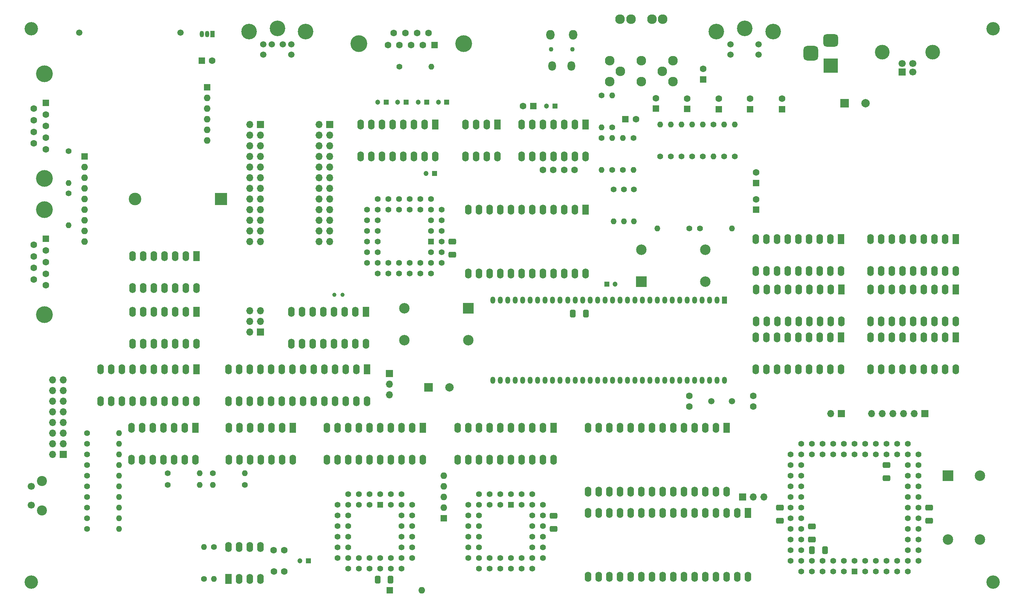
<source format=gbr>
%TF.GenerationSoftware,KiCad,Pcbnew,7.0.6-7.0.6~ubuntu22.04.1*%
%TF.CreationDate,2023-07-10T20:59:33+02:00*%
%TF.ProjectId,sbc,7362632e-6b69-4636-9164-5f7063625858,rev?*%
%TF.SameCoordinates,Original*%
%TF.FileFunction,Soldermask,Bot*%
%TF.FilePolarity,Negative*%
%FSLAX46Y46*%
G04 Gerber Fmt 4.6, Leading zero omitted, Abs format (unit mm)*
G04 Created by KiCad (PCBNEW 7.0.6-7.0.6~ubuntu22.04.1) date 2023-07-10 20:59:33*
%MOMM*%
%LPD*%
G01*
G04 APERTURE LIST*
G04 Aperture macros list*
%AMRoundRect*
0 Rectangle with rounded corners*
0 $1 Rounding radius*
0 $2 $3 $4 $5 $6 $7 $8 $9 X,Y pos of 4 corners*
0 Add a 4 corners polygon primitive as box body*
4,1,4,$2,$3,$4,$5,$6,$7,$8,$9,$2,$3,0*
0 Add four circle primitives for the rounded corners*
1,1,$1+$1,$2,$3*
1,1,$1+$1,$4,$5*
1,1,$1+$1,$6,$7*
1,1,$1+$1,$8,$9*
0 Add four rect primitives between the rounded corners*
20,1,$1+$1,$2,$3,$4,$5,0*
20,1,$1+$1,$4,$5,$6,$7,0*
20,1,$1+$1,$6,$7,$8,$9,0*
20,1,$1+$1,$8,$9,$2,$3,0*%
G04 Aperture macros list end*
%ADD10C,1.521460*%
%ADD11C,3.721100*%
%ADD12C,1.100000*%
%ADD13O,1.800000X2.300000*%
%ADD14O,2.000000X2.300000*%
%ADD15R,1.422400X1.422400*%
%ADD16C,1.422400*%
%ADD17C,3.200000*%
%ADD18R,2.000000X2.000000*%
%ADD19C,2.000000*%
%ADD20C,1.400000*%
%ADD21O,1.400000X1.400000*%
%ADD22R,1.200000X1.200000*%
%ADD23C,1.200000*%
%ADD24R,1.600000X1.600000*%
%ADD25C,1.600000*%
%ADD26R,1.700000X1.700000*%
%ADD27O,1.700000X1.700000*%
%ADD28R,1.600000X2.400000*%
%ADD29O,1.600000X2.400000*%
%ADD30R,2.500000X2.500000*%
%ADD31C,2.500000*%
%ADD32O,1.600000X1.600000*%
%ADD33R,3.000000X3.000000*%
%ADD34C,3.000000*%
%ADD35C,1.500000*%
%ADD36C,4.000000*%
%ADD37C,1.700000*%
%ADD38C,3.500000*%
%ADD39C,1.000000*%
%ADD40C,2.300000*%
%ADD41C,2.400000*%
%ADD42R,1.050000X1.500000*%
%ADD43O,1.050000X1.500000*%
%ADD44R,1.200000X1.700000*%
%ADD45O,1.200000X1.700000*%
%ADD46R,3.500000X3.500000*%
%ADD47RoundRect,0.750000X-1.000000X0.750000X-1.000000X-0.750000X1.000000X-0.750000X1.000000X0.750000X0*%
%ADD48RoundRect,0.875000X-0.875000X0.875000X-0.875000X-0.875000X0.875000X-0.875000X0.875000X0.875000X0*%
%ADD49RoundRect,0.250000X-0.650000X0.412500X-0.650000X-0.412500X0.650000X-0.412500X0.650000X0.412500X0*%
%ADD50RoundRect,0.250000X0.412500X0.650000X-0.412500X0.650000X-0.412500X-0.650000X0.412500X-0.650000X0*%
%ADD51RoundRect,0.250000X-0.412500X-0.650000X0.412500X-0.650000X0.412500X0.650000X-0.412500X0.650000X0*%
%ADD52RoundRect,0.250000X0.650000X-0.412500X0.650000X0.412500X-0.650000X0.412500X-0.650000X-0.412500X0*%
G04 APERTURE END LIST*
D10*
%TO.C,J4*%
X235264960Y-72263000D03*
X241965480Y-72263000D03*
X235264960Y-74754740D03*
X241965480Y-74754740D03*
D11*
X231856280Y-69263260D03*
X238615220Y-68453000D03*
X245374160Y-69263260D03*
%TD*%
D12*
%TO.C,J3*%
X192528000Y-73477000D03*
X197528000Y-73477000D03*
D13*
X197328000Y-77477000D03*
X192728000Y-77477000D03*
D14*
X192278000Y-69977000D03*
X197778000Y-69977000D03*
%TD*%
D15*
%TO.C,U11*%
X151765000Y-182225000D03*
D16*
X149225000Y-179685000D03*
X149225000Y-182225000D03*
X146685000Y-179685000D03*
X146685000Y-182225000D03*
X144145000Y-179685000D03*
X141605000Y-182225000D03*
X144145000Y-182225000D03*
X141605000Y-184765000D03*
X144145000Y-184765000D03*
X141605000Y-187305000D03*
X144145000Y-187305000D03*
X141605000Y-189845000D03*
X144145000Y-189845000D03*
X141605000Y-192385000D03*
X144145000Y-192385000D03*
X141605000Y-194925000D03*
X144145000Y-197465000D03*
X144145000Y-194925000D03*
X146685000Y-197465000D03*
X146685000Y-194925000D03*
X149225000Y-197465000D03*
X149225000Y-194925000D03*
X151765000Y-197465000D03*
X151765000Y-194925000D03*
X154305000Y-197465000D03*
X154305000Y-194925000D03*
X156845000Y-197465000D03*
X159385000Y-194925000D03*
X156845000Y-194925000D03*
X159385000Y-192385000D03*
X156845000Y-192385000D03*
X159385000Y-189845000D03*
X156845000Y-189845000D03*
X159385000Y-187305000D03*
X156845000Y-187305000D03*
X159385000Y-184765000D03*
X156845000Y-184765000D03*
X159385000Y-182225000D03*
X156845000Y-179685000D03*
X156845000Y-182225000D03*
X154305000Y-179685000D03*
X154305000Y-182225000D03*
X151765000Y-179685000D03*
%TD*%
D17*
%TO.C,H2*%
X297815000Y-68580000D03*
%TD*%
D18*
%TO.C,C3*%
X163240323Y-154178000D03*
D19*
X168240323Y-154178000D03*
%TD*%
D17*
%TO.C,H3*%
X297815000Y-200660000D03*
%TD*%
D20*
%TO.C,R30*%
X207391000Y-106934000D03*
D21*
X207391000Y-114554000D03*
%TD*%
D20*
%TO.C,R10*%
X81915000Y-170180000D03*
D21*
X89535000Y-170180000D03*
%TD*%
D20*
%TO.C,R6*%
X81915000Y-177800000D03*
D21*
X89535000Y-177800000D03*
%TD*%
D22*
%TO.C,C38*%
X205740000Y-129540000D03*
D23*
X207740000Y-129540000D03*
%TD*%
D17*
%TO.C,H1*%
X68580000Y-68580000D03*
%TD*%
D24*
%TO.C,C46*%
X241300000Y-111760000D03*
D25*
X241300000Y-109260000D03*
%TD*%
D26*
%TO.C,JTAG1*%
X281559000Y-160401000D03*
D27*
X279019000Y-160401000D03*
X276479000Y-160401000D03*
X273939000Y-160401000D03*
X271399000Y-160401000D03*
X268859000Y-160401000D03*
%TD*%
D20*
%TO.C,R27*%
X207010000Y-102235000D03*
D21*
X207010000Y-94615000D03*
%TD*%
D28*
%TO.C,U12*%
X161925000Y-163815000D03*
D29*
X159385000Y-163815000D03*
X156845000Y-163815000D03*
X154305000Y-163815000D03*
X151765000Y-163815000D03*
X149225000Y-163815000D03*
X146685000Y-163815000D03*
X144145000Y-163815000D03*
X141605000Y-163815000D03*
X139065000Y-163815000D03*
X139065000Y-171435000D03*
X141605000Y-171435000D03*
X144145000Y-171435000D03*
X146685000Y-171435000D03*
X149225000Y-171435000D03*
X151765000Y-171435000D03*
X154305000Y-171435000D03*
X156845000Y-171435000D03*
X159385000Y-171435000D03*
X161925000Y-171435000D03*
%TD*%
D28*
%TO.C,U7*%
X107950000Y-136144000D03*
D29*
X105410000Y-136144000D03*
X102870000Y-136144000D03*
X100330000Y-136144000D03*
X97790000Y-136144000D03*
X95250000Y-136144000D03*
X92710000Y-136144000D03*
X92710000Y-143764000D03*
X95250000Y-143764000D03*
X97790000Y-143764000D03*
X100330000Y-143764000D03*
X102870000Y-143764000D03*
X105410000Y-143764000D03*
X107950000Y-143764000D03*
%TD*%
D20*
%TO.C,R40*%
X231140000Y-91440000D03*
D21*
X231140000Y-99060000D03*
%TD*%
D28*
%TO.C,U26*%
X200660000Y-91440000D03*
D29*
X198120000Y-91440000D03*
X195580000Y-91440000D03*
X193040000Y-91440000D03*
X190500000Y-91440000D03*
X187960000Y-91440000D03*
X185420000Y-91440000D03*
X185420000Y-99060000D03*
X187960000Y-99060000D03*
X190500000Y-99060000D03*
X193040000Y-99060000D03*
X195580000Y-99060000D03*
X198120000Y-99060000D03*
X200660000Y-99060000D03*
%TD*%
D26*
%TO.C,JP2*%
X261620000Y-160401000D03*
D27*
X259080000Y-160401000D03*
%TD*%
D20*
%TO.C,R7*%
X81915000Y-185420000D03*
D21*
X89535000Y-185420000D03*
%TD*%
D30*
%TO.C,X3*%
X213995000Y-128905000D03*
D31*
X229235000Y-128905000D03*
X229235000Y-121285000D03*
X213995000Y-121285000D03*
%TD*%
D20*
%TO.C,R31*%
X225425000Y-116205000D03*
D21*
X217805000Y-116205000D03*
%TD*%
D24*
%TO.C,RR1*%
X81280000Y-99060000D03*
D32*
X81280000Y-101600000D03*
X81280000Y-104140000D03*
X81280000Y-106680000D03*
X81280000Y-109220000D03*
X81280000Y-111760000D03*
X81280000Y-114300000D03*
X81280000Y-116840000D03*
X81280000Y-119380000D03*
%TD*%
D25*
%TO.C,C32*%
X225425000Y-156210000D03*
X225425000Y-158710000D03*
%TD*%
D24*
%TO.C,C56*%
X232410000Y-87757000D03*
D25*
X232410000Y-85257000D03*
%TD*%
D20*
%TO.C,R26*%
X204470000Y-94615000D03*
D21*
X204470000Y-102235000D03*
%TD*%
D17*
%TO.C,H4*%
X68580000Y-200660000D03*
%TD*%
D28*
%TO.C,U28*%
X107701000Y-163815000D03*
D29*
X105161000Y-163815000D03*
X102621000Y-163815000D03*
X100081000Y-163815000D03*
X97541000Y-163815000D03*
X95001000Y-163815000D03*
X92461000Y-163815000D03*
X92461000Y-171435000D03*
X95001000Y-171435000D03*
X97541000Y-171435000D03*
X100081000Y-171435000D03*
X102621000Y-171435000D03*
X105161000Y-171435000D03*
X107701000Y-171435000D03*
%TD*%
D22*
%TO.C,C17*%
X164675600Y-103124000D03*
D23*
X162675600Y-103124000D03*
%TD*%
D24*
%TO.C,C51*%
X239903000Y-87757000D03*
D25*
X239903000Y-85257000D03*
%TD*%
D24*
%TO.C,C50*%
X217424000Y-87630000D03*
D25*
X217424000Y-85130000D03*
%TD*%
D20*
%TO.C,R25*%
X204470000Y-84455000D03*
D21*
X204470000Y-92075000D03*
%TD*%
D24*
%TO.C,C43*%
X210185000Y-90170000D03*
D25*
X212685000Y-90170000D03*
%TD*%
D24*
%TO.C,D1*%
X154051000Y-202565000D03*
D32*
X161671000Y-202565000D03*
%TD*%
D28*
%TO.C,U21*%
X261620000Y-130810000D03*
D29*
X259080000Y-130810000D03*
X256540000Y-130810000D03*
X254000000Y-130810000D03*
X251460000Y-130810000D03*
X248920000Y-130810000D03*
X246380000Y-130810000D03*
X243840000Y-130810000D03*
X241300000Y-130810000D03*
X241300000Y-138430000D03*
X243840000Y-138430000D03*
X246380000Y-138430000D03*
X248920000Y-138430000D03*
X251460000Y-138430000D03*
X254000000Y-138430000D03*
X256540000Y-138430000D03*
X259080000Y-138430000D03*
X261620000Y-138430000D03*
%TD*%
D28*
%TO.C,U19*%
X261610000Y-142250000D03*
D29*
X259070000Y-142250000D03*
X256530000Y-142250000D03*
X253990000Y-142250000D03*
X251450000Y-142250000D03*
X248910000Y-142250000D03*
X246370000Y-142250000D03*
X243830000Y-142250000D03*
X241290000Y-142250000D03*
X241290000Y-149870000D03*
X243830000Y-149870000D03*
X246370000Y-149870000D03*
X248910000Y-149870000D03*
X251450000Y-149870000D03*
X253990000Y-149870000D03*
X256530000Y-149870000D03*
X259070000Y-149870000D03*
X261610000Y-149870000D03*
%TD*%
D28*
%TO.C,U25*%
X179705000Y-91440000D03*
D29*
X177165000Y-91440000D03*
X174625000Y-91440000D03*
X172085000Y-91440000D03*
X172085000Y-99060000D03*
X174625000Y-99060000D03*
X177165000Y-99060000D03*
X179705000Y-99060000D03*
%TD*%
D25*
%TO.C,C35*%
X240665000Y-156230000D03*
X240665000Y-158730000D03*
%TD*%
D20*
%TO.C,R36*%
X226060000Y-99060000D03*
D21*
X226060000Y-91440000D03*
%TD*%
D28*
%TO.C,U16*%
X200660000Y-111760000D03*
D29*
X198120000Y-111760000D03*
X195580000Y-111760000D03*
X193040000Y-111760000D03*
X190500000Y-111760000D03*
X187960000Y-111760000D03*
X185420000Y-111760000D03*
X182880000Y-111760000D03*
X180340000Y-111760000D03*
X177800000Y-111760000D03*
X175260000Y-111760000D03*
X172720000Y-111760000D03*
X172720000Y-127000000D03*
X175260000Y-127000000D03*
X177800000Y-127000000D03*
X180340000Y-127000000D03*
X182880000Y-127000000D03*
X185420000Y-127000000D03*
X187960000Y-127000000D03*
X190500000Y-127000000D03*
X193040000Y-127000000D03*
X195580000Y-127000000D03*
X198120000Y-127000000D03*
X200660000Y-127000000D03*
%TD*%
D20*
%TO.C,R34*%
X220980000Y-99060000D03*
D21*
X220980000Y-91440000D03*
%TD*%
D33*
%TO.C,BT1*%
X113850001Y-109220001D03*
D34*
X93360001Y-109220001D03*
%TD*%
D20*
%TO.C,R39*%
X236220000Y-99060000D03*
D21*
X236220000Y-91440000D03*
%TD*%
D28*
%TO.C,U10*%
X115580000Y-199898000D03*
D29*
X118120000Y-199898000D03*
X120660000Y-199898000D03*
X123200000Y-199898000D03*
X123200000Y-192278000D03*
X120660000Y-192278000D03*
X118120000Y-192278000D03*
X115580000Y-192278000D03*
%TD*%
D30*
%TO.C,X1*%
X287020000Y-175260000D03*
D31*
X287020000Y-190500000D03*
X294640000Y-190500000D03*
X294640000Y-175260000D03*
%TD*%
D35*
%TO.C,J6*%
X104210000Y-69469000D03*
X80010000Y-69469000D03*
%TD*%
D24*
%TO.C,C53*%
X228727000Y-80645000D03*
D25*
X228727000Y-78145000D03*
%TD*%
D36*
%TO.C,J2*%
X171641000Y-72134331D03*
X146641000Y-72134331D03*
D24*
X164681000Y-72434331D03*
D25*
X161911000Y-72434331D03*
X159141000Y-72434331D03*
X156371000Y-72434331D03*
X153601000Y-72434331D03*
X163296000Y-69594331D03*
X160526000Y-69594331D03*
X157756000Y-69594331D03*
X154986000Y-69594331D03*
%TD*%
D20*
%TO.C,R43*%
X101092000Y-174625000D03*
D21*
X108712000Y-174625000D03*
%TD*%
D24*
%TO.C,C20*%
X109220000Y-76200000D03*
D25*
X111720000Y-76200000D03*
%TD*%
D28*
%TO.C,U5*%
X130942000Y-163815000D03*
D29*
X128402000Y-163815000D03*
X125862000Y-163815000D03*
X123322000Y-163815000D03*
X120782000Y-163815000D03*
X118242000Y-163815000D03*
X115702000Y-163815000D03*
X115702000Y-171435000D03*
X118242000Y-171435000D03*
X120782000Y-171435000D03*
X123322000Y-171435000D03*
X125862000Y-171435000D03*
X128402000Y-171435000D03*
X130942000Y-171435000D03*
%TD*%
D22*
%TO.C,C19*%
X167608000Y-86106000D03*
D23*
X165608000Y-86106000D03*
%TD*%
D28*
%TO.C,U22*%
X288915000Y-130820000D03*
D29*
X286375000Y-130820000D03*
X283835000Y-130820000D03*
X281295000Y-130820000D03*
X278755000Y-130820000D03*
X276215000Y-130820000D03*
X273675000Y-130820000D03*
X271135000Y-130820000D03*
X268595000Y-130820000D03*
X268595000Y-138440000D03*
X271135000Y-138440000D03*
X273675000Y-138440000D03*
X276215000Y-138440000D03*
X278755000Y-138440000D03*
X281295000Y-138440000D03*
X283835000Y-138440000D03*
X286375000Y-138440000D03*
X288915000Y-138440000D03*
%TD*%
D26*
%TO.C,SLOT1*%
X123190000Y-91440000D03*
D27*
X120650000Y-91440000D03*
X123190000Y-93980000D03*
X120650000Y-93980000D03*
X123190000Y-96520000D03*
X120650000Y-96520000D03*
X123190000Y-99060000D03*
X120650000Y-99060000D03*
X123190000Y-101600000D03*
X120650000Y-101600000D03*
X123190000Y-104140000D03*
X120650000Y-104140000D03*
X123190000Y-106680000D03*
X120650000Y-106680000D03*
X123190000Y-109220000D03*
X120650000Y-109220000D03*
X123190000Y-111760000D03*
X120650000Y-111760000D03*
X123190000Y-114300000D03*
X120650000Y-114300000D03*
X123190000Y-116840000D03*
X120650000Y-116840000D03*
X123190000Y-119380000D03*
X120650000Y-119380000D03*
%TD*%
D28*
%TO.C,U8*%
X164857400Y-91425000D03*
D29*
X162317400Y-91425000D03*
X159777400Y-91425000D03*
X157237400Y-91425000D03*
X154697400Y-91425000D03*
X152157400Y-91425000D03*
X149617400Y-91425000D03*
X147077400Y-91425000D03*
X147077400Y-99045000D03*
X149617400Y-99045000D03*
X152157400Y-99045000D03*
X154697400Y-99045000D03*
X157237400Y-99045000D03*
X159777400Y-99045000D03*
X162317400Y-99045000D03*
X164857400Y-99045000D03*
%TD*%
D20*
%TO.C,R5*%
X81915000Y-187960000D03*
D21*
X89535000Y-187960000D03*
%TD*%
D20*
%TO.C,R12*%
X81915000Y-167640000D03*
D21*
X89535000Y-167640000D03*
%TD*%
D20*
%TO.C,R3*%
X111887000Y-174625000D03*
D21*
X119507000Y-174625000D03*
%TD*%
D15*
%TO.C,U6*%
X163830000Y-119380000D03*
D16*
X166370000Y-116840000D03*
X163830000Y-116840000D03*
X166370000Y-114300000D03*
X163830000Y-114300000D03*
X166370000Y-111760000D03*
X163830000Y-109220000D03*
X163830000Y-111760000D03*
X161290000Y-109220000D03*
X161290000Y-111760000D03*
X158750000Y-109220000D03*
X158750000Y-111760000D03*
X156210000Y-109220000D03*
X156210000Y-111760000D03*
X153670000Y-109220000D03*
X153670000Y-111760000D03*
X151130000Y-109220000D03*
X148590000Y-111760000D03*
X151130000Y-111760000D03*
X148590000Y-114300000D03*
X151130000Y-114300000D03*
X148590000Y-116840000D03*
X151130000Y-116840000D03*
X148590000Y-119380000D03*
X151130000Y-119380000D03*
X148590000Y-121920000D03*
X151130000Y-121920000D03*
X148590000Y-124460000D03*
X151130000Y-127000000D03*
X151130000Y-124460000D03*
X153670000Y-127000000D03*
X153670000Y-124460000D03*
X156210000Y-127000000D03*
X156210000Y-124460000D03*
X158750000Y-127000000D03*
X158750000Y-124460000D03*
X161290000Y-127000000D03*
X161290000Y-124460000D03*
X163830000Y-127000000D03*
X166370000Y-124460000D03*
X163830000Y-124460000D03*
X166370000Y-121920000D03*
X163830000Y-121920000D03*
X166370000Y-119380000D03*
%TD*%
D20*
%TO.C,R24*%
X209550000Y-102235000D03*
D21*
X209550000Y-94615000D03*
%TD*%
D28*
%TO.C,U30*%
X148336000Y-136144000D03*
D29*
X145796000Y-136144000D03*
X143256000Y-136144000D03*
X140716000Y-136144000D03*
X138176000Y-136144000D03*
X135636000Y-136144000D03*
X133096000Y-136144000D03*
X130556000Y-136144000D03*
X130556000Y-143764000D03*
X133096000Y-143764000D03*
X135636000Y-143764000D03*
X138176000Y-143764000D03*
X140716000Y-143764000D03*
X143256000Y-143764000D03*
X145796000Y-143764000D03*
X148336000Y-143764000D03*
%TD*%
D20*
%TO.C,R35*%
X223520000Y-99060000D03*
D21*
X223520000Y-91440000D03*
%TD*%
D26*
%TO.C,SLOT0*%
X139700000Y-91440000D03*
D27*
X137160000Y-91440000D03*
X139700000Y-93980000D03*
X137160000Y-93980000D03*
X139700000Y-96520000D03*
X137160000Y-96520000D03*
X139700000Y-99060000D03*
X137160000Y-99060000D03*
X139700000Y-101600000D03*
X137160000Y-101600000D03*
X139700000Y-104140000D03*
X137160000Y-104140000D03*
X139700000Y-106680000D03*
X137160000Y-106680000D03*
X139700000Y-109220000D03*
X137160000Y-109220000D03*
X139700000Y-111760000D03*
X137160000Y-111760000D03*
X139700000Y-114300000D03*
X137160000Y-114300000D03*
X139700000Y-116840000D03*
X137160000Y-116840000D03*
X139700000Y-119380000D03*
X137160000Y-119380000D03*
%TD*%
D20*
%TO.C,R1*%
X112141000Y-192278000D03*
D21*
X112141000Y-199898000D03*
%TD*%
D20*
%TO.C,R29*%
X209804000Y-106934000D03*
D21*
X209804000Y-114554000D03*
%TD*%
D28*
%TO.C,U3*%
X239395000Y-184150000D03*
D29*
X236855000Y-184150000D03*
X234315000Y-184150000D03*
X231775000Y-184150000D03*
X229235000Y-184150000D03*
X226695000Y-184150000D03*
X224155000Y-184150000D03*
X221615000Y-184150000D03*
X219075000Y-184150000D03*
X216535000Y-184150000D03*
X213995000Y-184150000D03*
X211455000Y-184150000D03*
X208915000Y-184150000D03*
X206375000Y-184150000D03*
X203835000Y-184150000D03*
X201295000Y-184150000D03*
X201295000Y-199390000D03*
X203835000Y-199390000D03*
X206375000Y-199390000D03*
X208915000Y-199390000D03*
X211455000Y-199390000D03*
X213995000Y-199390000D03*
X216535000Y-199390000D03*
X219075000Y-199390000D03*
X221615000Y-199390000D03*
X224155000Y-199390000D03*
X226695000Y-199390000D03*
X229235000Y-199390000D03*
X231775000Y-199390000D03*
X234315000Y-199390000D03*
X236855000Y-199390000D03*
X239395000Y-199390000D03*
%TD*%
D36*
%TO.C,Port2*%
X71755000Y-79285000D03*
X71755000Y-104285000D03*
D24*
X72055000Y-86245000D03*
D25*
X72055000Y-89015000D03*
X72055000Y-91785000D03*
X72055000Y-94555000D03*
X72055000Y-97325000D03*
X69215000Y-87630000D03*
X69215000Y-90400000D03*
X69215000Y-93170000D03*
X69215000Y-95940000D03*
%TD*%
D24*
%TO.C,RN2*%
X110490000Y-82550000D03*
D32*
X110490000Y-85090000D03*
X110490000Y-87630000D03*
X110490000Y-90170000D03*
X110490000Y-92710000D03*
X110490000Y-95250000D03*
%TD*%
D26*
%TO.C,J1*%
X276169000Y-78878000D03*
D37*
X278669000Y-78878000D03*
X278669000Y-76878000D03*
X276169000Y-76878000D03*
D38*
X271399000Y-74168000D03*
X283439000Y-74168000D03*
%TD*%
D24*
%TO.C,RN1*%
X166878000Y-185420000D03*
D32*
X166878000Y-182880000D03*
X166878000Y-180340000D03*
X166878000Y-177800000D03*
X166878000Y-175260000D03*
%TD*%
D26*
%TO.C,JP1*%
X238125000Y-180340000D03*
D27*
X240665000Y-180340000D03*
X243205000Y-180340000D03*
%TD*%
D26*
%TO.C,P3*%
X123190000Y-140970000D03*
D27*
X120650000Y-140970000D03*
X123190000Y-138430000D03*
X120650000Y-138430000D03*
X123190000Y-135890000D03*
X120650000Y-135890000D03*
%TD*%
D25*
%TO.C,C2*%
X126397000Y-193040000D03*
X128897000Y-193040000D03*
%TD*%
D28*
%TO.C,U13*%
X193040000Y-163830000D03*
D29*
X190500000Y-163830000D03*
X187960000Y-163830000D03*
X185420000Y-163830000D03*
X182880000Y-163830000D03*
X180340000Y-163830000D03*
X177800000Y-163830000D03*
X175260000Y-163830000D03*
X172720000Y-163830000D03*
X170180000Y-163830000D03*
X170180000Y-171450000D03*
X172720000Y-171450000D03*
X175260000Y-171450000D03*
X177800000Y-171450000D03*
X180340000Y-171450000D03*
X182880000Y-171450000D03*
X185420000Y-171450000D03*
X187960000Y-171450000D03*
X190500000Y-171450000D03*
X193040000Y-171450000D03*
%TD*%
D20*
%TO.C,R14*%
X212090000Y-94615000D03*
D21*
X212090000Y-102235000D03*
%TD*%
D28*
%TO.C,U20*%
X288925000Y-142240000D03*
D29*
X286385000Y-142240000D03*
X283845000Y-142240000D03*
X281305000Y-142240000D03*
X278765000Y-142240000D03*
X276225000Y-142240000D03*
X273685000Y-142240000D03*
X271145000Y-142240000D03*
X268605000Y-142240000D03*
X268605000Y-149860000D03*
X271145000Y-149860000D03*
X273685000Y-149860000D03*
X276225000Y-149860000D03*
X278765000Y-149860000D03*
X281305000Y-149860000D03*
X283845000Y-149860000D03*
X286385000Y-149860000D03*
X288925000Y-149860000D03*
%TD*%
D39*
%TO.C,X4*%
X140848000Y-132080000D03*
X142748000Y-132080000D03*
%TD*%
D25*
%TO.C,C41*%
X193000000Y-102235000D03*
X190500000Y-102235000D03*
%TD*%
D20*
%TO.C,R28*%
X212217000Y-106934000D03*
D21*
X212217000Y-114554000D03*
%TD*%
D20*
%TO.C,R38*%
X233680000Y-99060000D03*
D21*
X233680000Y-91440000D03*
%TD*%
D20*
%TO.C,R23*%
X207010000Y-92075000D03*
D21*
X207010000Y-84455000D03*
%TD*%
D22*
%TO.C,C25*%
X162814000Y-86106000D03*
D23*
X160814000Y-86106000D03*
%TD*%
D22*
%TO.C,C21*%
X157944600Y-86106000D03*
D23*
X155944600Y-86106000D03*
%TD*%
D20*
%TO.C,R32*%
X227965000Y-116205000D03*
D21*
X235585000Y-116205000D03*
%TD*%
D22*
%TO.C,C39*%
X193377599Y-86995000D03*
D23*
X191377599Y-86995000D03*
%TD*%
D25*
%TO.C,C1*%
X126437000Y-198120000D03*
X128937000Y-198120000D03*
%TD*%
D15*
%TO.C,U2*%
X264795000Y-198120000D03*
D16*
X264795000Y-195580000D03*
X267335000Y-198120000D03*
X267335000Y-195580000D03*
X269875000Y-198120000D03*
X269875000Y-195580000D03*
X272415000Y-198120000D03*
X272415000Y-195580000D03*
X274955000Y-198120000D03*
X274955000Y-195580000D03*
X277495000Y-198120000D03*
X280035000Y-195580000D03*
X277495000Y-195580000D03*
X280035000Y-193040000D03*
X277495000Y-193040000D03*
X280035000Y-190500000D03*
X277495000Y-190500000D03*
X280035000Y-187960000D03*
X277495000Y-187960000D03*
X280035000Y-185420000D03*
X277495000Y-185420000D03*
X280035000Y-182880000D03*
X277495000Y-182880000D03*
X280035000Y-180340000D03*
X277495000Y-180340000D03*
X280035000Y-177800000D03*
X277495000Y-177800000D03*
X280035000Y-175260000D03*
X277495000Y-175260000D03*
X280035000Y-172720000D03*
X277495000Y-172720000D03*
X280035000Y-170180000D03*
X277495000Y-167640000D03*
X277495000Y-170180000D03*
X274955000Y-167640000D03*
X274955000Y-170180000D03*
X272415000Y-167640000D03*
X272415000Y-170180000D03*
X269875000Y-167640000D03*
X269875000Y-170180000D03*
X267335000Y-167640000D03*
X267335000Y-170180000D03*
X264795000Y-167640000D03*
X264795000Y-170180000D03*
X262255000Y-167640000D03*
X262255000Y-170180000D03*
X259715000Y-167640000D03*
X259715000Y-170180000D03*
X257175000Y-167640000D03*
X257175000Y-170180000D03*
X254635000Y-167640000D03*
X254635000Y-170180000D03*
X252095000Y-167640000D03*
X249555000Y-170180000D03*
X252095000Y-170180000D03*
X249555000Y-172720000D03*
X252095000Y-172720000D03*
X249555000Y-175260000D03*
X252095000Y-175260000D03*
X249555000Y-177800000D03*
X252095000Y-177800000D03*
X249555000Y-180340000D03*
X252095000Y-180340000D03*
X249555000Y-182880000D03*
X252095000Y-182880000D03*
X249555000Y-185420000D03*
X252095000Y-185420000D03*
X249555000Y-187960000D03*
X252095000Y-187960000D03*
X249555000Y-190500000D03*
X252095000Y-190500000D03*
X249555000Y-193040000D03*
X252095000Y-193040000D03*
X249555000Y-195580000D03*
X252095000Y-198120000D03*
X252095000Y-195580000D03*
X254635000Y-198120000D03*
X254635000Y-195580000D03*
X257175000Y-198120000D03*
X257175000Y-195580000D03*
X259715000Y-198120000D03*
X259715000Y-195580000D03*
X262255000Y-198120000D03*
X262255000Y-195580000D03*
%TD*%
D20*
%TO.C,R2*%
X109728000Y-199898000D03*
D21*
X109728000Y-192278000D03*
%TD*%
D40*
%TO.C,J5*%
X208915000Y-66294000D03*
X211495000Y-66300000D03*
X216495000Y-66300000D03*
X219075000Y-66294000D03*
X206495000Y-76200000D03*
X213995000Y-76200000D03*
X221495000Y-76200000D03*
X208995000Y-78700000D03*
X218995000Y-78700000D03*
X206495000Y-81200000D03*
X221495000Y-81200000D03*
X213995000Y-81200000D03*
%TD*%
D41*
%TO.C,SW1*%
X71120000Y-183530000D03*
X71120000Y-176530000D03*
D37*
X68620000Y-182280000D03*
X68620000Y-177780000D03*
%TD*%
D22*
%TO.C,C4*%
X134620000Y-195580000D03*
D23*
X132620000Y-195580000D03*
%TD*%
D26*
%TO.C,P1*%
X76200000Y-170180000D03*
D27*
X73660000Y-170180000D03*
X76200000Y-167640000D03*
X73660000Y-167640000D03*
X76200000Y-165100000D03*
X73660000Y-165100000D03*
X76200000Y-162560000D03*
X73660000Y-162560000D03*
X76200000Y-160020000D03*
X73660000Y-160020000D03*
X76200000Y-157480000D03*
X73660000Y-157480000D03*
X76200000Y-154940000D03*
X73660000Y-154940000D03*
X76200000Y-152400000D03*
X73660000Y-152400000D03*
%TD*%
D28*
%TO.C,U29*%
X107950000Y-149860000D03*
D29*
X105410000Y-149860000D03*
X102870000Y-149860000D03*
X100330000Y-149860000D03*
X97790000Y-149860000D03*
X95250000Y-149860000D03*
X92710000Y-149860000D03*
X90170000Y-149860000D03*
X87630000Y-149860000D03*
X85090000Y-149860000D03*
X85090000Y-157480000D03*
X87630000Y-157480000D03*
X90170000Y-157480000D03*
X92710000Y-157480000D03*
X95250000Y-157480000D03*
X97790000Y-157480000D03*
X100330000Y-157480000D03*
X102870000Y-157480000D03*
X105410000Y-157480000D03*
X107950000Y-157480000D03*
%TD*%
D28*
%TO.C,U14*%
X107950000Y-122809000D03*
D29*
X105410000Y-122809000D03*
X102870000Y-122809000D03*
X100330000Y-122809000D03*
X97790000Y-122809000D03*
X95250000Y-122809000D03*
X92710000Y-122809000D03*
X92710000Y-130429000D03*
X95250000Y-130429000D03*
X97790000Y-130429000D03*
X100330000Y-130429000D03*
X102870000Y-130429000D03*
X105410000Y-130429000D03*
X107950000Y-130429000D03*
%TD*%
D20*
%TO.C,R8*%
X81915000Y-175260000D03*
D21*
X89535000Y-175260000D03*
%TD*%
D20*
%TO.C,R41*%
X77470000Y-107823000D03*
D21*
X77470000Y-115443000D03*
%TD*%
D28*
%TO.C,U4*%
X234315000Y-163810000D03*
D29*
X231775000Y-163810000D03*
X229235000Y-163810000D03*
X226695000Y-163810000D03*
X224155000Y-163810000D03*
X221615000Y-163810000D03*
X219075000Y-163810000D03*
X216535000Y-163810000D03*
X213995000Y-163810000D03*
X211455000Y-163810000D03*
X208915000Y-163810000D03*
X206375000Y-163810000D03*
X203835000Y-163810000D03*
X201295000Y-163810000D03*
X201295000Y-179050000D03*
X203835000Y-179050000D03*
X206375000Y-179050000D03*
X208915000Y-179050000D03*
X211455000Y-179050000D03*
X213995000Y-179050000D03*
X216535000Y-179050000D03*
X219075000Y-179050000D03*
X221615000Y-179050000D03*
X224155000Y-179050000D03*
X226695000Y-179050000D03*
X229235000Y-179050000D03*
X231775000Y-179050000D03*
X234315000Y-179050000D03*
%TD*%
D36*
%TO.C,Port1*%
X71755000Y-111760000D03*
X71755000Y-136760000D03*
D24*
X72055000Y-118720000D03*
D25*
X72055000Y-121490000D03*
X72055000Y-124260000D03*
X72055000Y-127030000D03*
X72055000Y-129800000D03*
X69215000Y-120105000D03*
X69215000Y-122875000D03*
X69215000Y-125645000D03*
X69215000Y-128415000D03*
%TD*%
D20*
%TO.C,R9*%
X81915000Y-180340000D03*
D21*
X89535000Y-180340000D03*
%TD*%
D20*
%TO.C,R11*%
X81915000Y-172720000D03*
D21*
X89535000Y-172720000D03*
%TD*%
D20*
%TO.C,R37*%
X228600000Y-99060000D03*
D21*
X228600000Y-91440000D03*
%TD*%
D20*
%TO.C,R13*%
X81915000Y-165100000D03*
D21*
X89535000Y-165100000D03*
%TD*%
D10*
%TO.C,P4*%
X125953520Y-72263000D03*
X128554480Y-72263000D03*
X123903740Y-72263000D03*
X130604260Y-72263000D03*
X123903740Y-74754740D03*
X130604260Y-74754740D03*
D11*
X120495060Y-69263260D03*
X127254000Y-68453000D03*
X134012940Y-69263260D03*
%TD*%
D42*
%TO.C,U9*%
X111760000Y-69850000D03*
D43*
X110490000Y-69850000D03*
X109220000Y-69850000D03*
%TD*%
D28*
%TO.C,IC1*%
X148590000Y-149860000D03*
D29*
X146050000Y-149860000D03*
X143510000Y-149860000D03*
X140970000Y-149860000D03*
X138430000Y-149860000D03*
X135890000Y-149860000D03*
X133350000Y-149860000D03*
X130810000Y-149860000D03*
X128270000Y-149860000D03*
X125730000Y-149860000D03*
X123190000Y-149860000D03*
X120650000Y-149860000D03*
X118110000Y-149860000D03*
X115570000Y-149860000D03*
X115570000Y-157480000D03*
X118110000Y-157480000D03*
X120650000Y-157480000D03*
X123190000Y-157480000D03*
X125730000Y-157480000D03*
X128270000Y-157480000D03*
X130810000Y-157480000D03*
X133350000Y-157480000D03*
X135890000Y-157480000D03*
X138430000Y-157480000D03*
X140970000Y-157480000D03*
X143510000Y-157480000D03*
X146050000Y-157480000D03*
X148590000Y-157480000D03*
%TD*%
D22*
%TO.C,C22*%
X153162000Y-86106000D03*
D23*
X151162000Y-86106000D03*
%TD*%
D24*
%TO.C,C49*%
X247523000Y-87757000D03*
D25*
X247523000Y-85257000D03*
%TD*%
D20*
%TO.C,R33*%
X218440000Y-99060000D03*
D21*
X218440000Y-91440000D03*
%TD*%
D24*
%TO.C,C55*%
X224917000Y-87717000D03*
D25*
X224917000Y-85217000D03*
%TD*%
D18*
%TO.C,C18*%
X262427323Y-86360000D03*
D19*
X267427323Y-86360000D03*
%TD*%
D26*
%TO.C,P2*%
X153924000Y-150876000D03*
D27*
X153924000Y-153416000D03*
X153924000Y-155956000D03*
%TD*%
D20*
%TO.C,R18*%
X156337000Y-77597000D03*
D21*
X163957000Y-77597000D03*
%TD*%
D35*
%TO.C,Y1*%
X230680000Y-157480000D03*
X235560000Y-157480000D03*
%TD*%
D20*
%TO.C,R15*%
X101092000Y-177419000D03*
D21*
X108712000Y-177419000D03*
%TD*%
D28*
%TO.C,U23*%
X261610000Y-118755000D03*
D29*
X259070000Y-118755000D03*
X256530000Y-118755000D03*
X253990000Y-118755000D03*
X251450000Y-118755000D03*
X248910000Y-118755000D03*
X246370000Y-118755000D03*
X243830000Y-118755000D03*
X241290000Y-118755000D03*
X241290000Y-126375000D03*
X243830000Y-126375000D03*
X246370000Y-126375000D03*
X248910000Y-126375000D03*
X251450000Y-126375000D03*
X253990000Y-126375000D03*
X256530000Y-126375000D03*
X259070000Y-126375000D03*
X261610000Y-126375000D03*
%TD*%
D28*
%TO.C,U24*%
X288925000Y-118745000D03*
D29*
X286385000Y-118745000D03*
X283845000Y-118745000D03*
X281305000Y-118745000D03*
X278765000Y-118745000D03*
X276225000Y-118745000D03*
X273685000Y-118745000D03*
X271145000Y-118745000D03*
X268605000Y-118745000D03*
X268605000Y-126365000D03*
X271145000Y-126365000D03*
X273685000Y-126365000D03*
X276225000Y-126365000D03*
X278765000Y-126365000D03*
X281305000Y-126365000D03*
X283845000Y-126365000D03*
X286385000Y-126365000D03*
X288925000Y-126365000D03*
%TD*%
D25*
%TO.C,C42*%
X195580000Y-102235000D03*
X198080000Y-102235000D03*
%TD*%
D24*
%TO.C,C40*%
X188276112Y-86995000D03*
D25*
X185776112Y-86995000D03*
%TD*%
D24*
%TO.C,C52*%
X241300000Y-105370000D03*
D25*
X241300000Y-102870000D03*
%TD*%
D44*
%TO.C,U18*%
X233805000Y-133350000D03*
D45*
X232025000Y-133350000D03*
X230245000Y-133350000D03*
X228465000Y-133350000D03*
X226685000Y-133350000D03*
X224905000Y-133350000D03*
X223125000Y-133350000D03*
X221345000Y-133350000D03*
X219565000Y-133350000D03*
X217785000Y-133350000D03*
X216005000Y-133350000D03*
X214225000Y-133350000D03*
X212445000Y-133350000D03*
X210665000Y-133350000D03*
X208885000Y-133350000D03*
X207105000Y-133350000D03*
X205325000Y-133350000D03*
X203545000Y-133350000D03*
X201765000Y-133350000D03*
X199985000Y-133350000D03*
X198205000Y-133350000D03*
X196425000Y-133350000D03*
X194645000Y-133350000D03*
X192865000Y-133350000D03*
X191085000Y-133350000D03*
X189305000Y-133350000D03*
X187525000Y-133350000D03*
X185745000Y-133350000D03*
X183965000Y-133350000D03*
X182185000Y-133350000D03*
X180405000Y-133350000D03*
X178625000Y-133350000D03*
X178625000Y-152450800D03*
X180405000Y-152450800D03*
X182185000Y-152450800D03*
X183965000Y-152450800D03*
X185745000Y-152450800D03*
X187525000Y-152450800D03*
X189305000Y-152450800D03*
X191085000Y-152450800D03*
X192865000Y-152450800D03*
X194645000Y-152450800D03*
X196425000Y-152450800D03*
X198205000Y-152450800D03*
X199985000Y-152450800D03*
X201765000Y-152450800D03*
X203545000Y-152450800D03*
X205325000Y-152450800D03*
X207105000Y-152450800D03*
X208885000Y-152450800D03*
X210665000Y-152450800D03*
X212445000Y-152450800D03*
X214225000Y-152450800D03*
X216005000Y-152450800D03*
X217785000Y-152450800D03*
X219565000Y-152450800D03*
X221345000Y-152450800D03*
X223125000Y-152450800D03*
X224905000Y-152450800D03*
X226685000Y-152450800D03*
X228465000Y-152450800D03*
X230245000Y-152450800D03*
X232025000Y-152450800D03*
X233805000Y-152450800D03*
%TD*%
D20*
%TO.C,R42*%
X77470000Y-97790000D03*
D21*
X77470000Y-105410000D03*
%TD*%
D46*
%TO.C,CON1*%
X259080000Y-77374000D03*
D47*
X259080000Y-71374000D03*
D48*
X254380000Y-74374000D03*
%TD*%
D15*
%TO.C,U1*%
X182880000Y-182225000D03*
D16*
X180340000Y-179685000D03*
X180340000Y-182225000D03*
X177800000Y-179685000D03*
X177800000Y-182225000D03*
X175260000Y-179685000D03*
X172720000Y-182225000D03*
X175260000Y-182225000D03*
X172720000Y-184765000D03*
X175260000Y-184765000D03*
X172720000Y-187305000D03*
X175260000Y-187305000D03*
X172720000Y-189845000D03*
X175260000Y-189845000D03*
X172720000Y-192385000D03*
X175260000Y-192385000D03*
X172720000Y-194925000D03*
X175260000Y-197465000D03*
X175260000Y-194925000D03*
X177800000Y-197465000D03*
X177800000Y-194925000D03*
X180340000Y-197465000D03*
X180340000Y-194925000D03*
X182880000Y-197465000D03*
X182880000Y-194925000D03*
X185420000Y-197465000D03*
X185420000Y-194925000D03*
X187960000Y-197465000D03*
X190500000Y-194925000D03*
X187960000Y-194925000D03*
X190500000Y-192385000D03*
X187960000Y-192385000D03*
X190500000Y-189845000D03*
X187960000Y-189845000D03*
X190500000Y-187305000D03*
X187960000Y-187305000D03*
X190500000Y-184765000D03*
X187960000Y-184765000D03*
X190500000Y-182225000D03*
X187960000Y-179685000D03*
X187960000Y-182225000D03*
X185420000Y-179685000D03*
X185420000Y-182225000D03*
X182880000Y-179685000D03*
%TD*%
D20*
%TO.C,R4*%
X81915000Y-182880000D03*
D21*
X89535000Y-182880000D03*
%TD*%
D20*
%TO.C,R16*%
X119507000Y-177419000D03*
D21*
X111887000Y-177419000D03*
%TD*%
D30*
%TO.C,X2*%
X172720000Y-135255000D03*
D31*
X157480000Y-135255000D03*
X157480000Y-142875000D03*
X172720000Y-142875000D03*
%TD*%
D49*
%TO.C,C14*%
X272415000Y-172720000D03*
X272415000Y-175845000D03*
%TD*%
%TO.C,C37*%
X168910000Y-119380000D03*
X168910000Y-122505000D03*
%TD*%
%TO.C,C13*%
X247015000Y-182880000D03*
X247015000Y-186005000D03*
%TD*%
D50*
%TO.C,C5*%
X154255000Y-200025000D03*
X151130000Y-200025000D03*
%TD*%
D49*
%TO.C,C11*%
X282575000Y-182880000D03*
X282575000Y-186005000D03*
%TD*%
D51*
%TO.C,C15*%
X254635000Y-193040000D03*
X257760000Y-193040000D03*
%TD*%
D52*
%TO.C,C16*%
X254635000Y-190450000D03*
X254635000Y-187325000D03*
%TD*%
D49*
%TO.C,C6*%
X193040000Y-184785000D03*
X193040000Y-187910000D03*
%TD*%
D51*
%TO.C,C34*%
X197620000Y-136525000D03*
X200745000Y-136525000D03*
%TD*%
M02*

</source>
